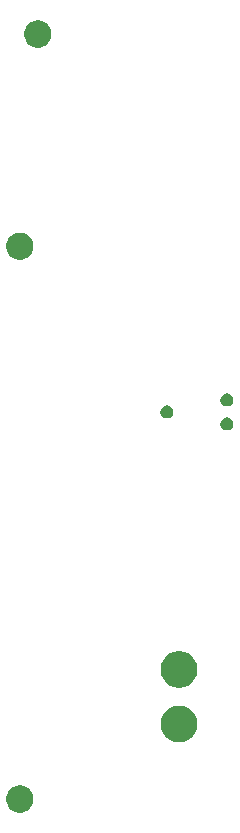
<source format=gbp>
G04 #@! TF.GenerationSoftware,KiCad,Pcbnew,5.0.1*
G04 #@! TF.CreationDate,2018-11-24T16:53:29-06:00*
G04 #@! TF.ProjectId,chrimbus,636872696D6275732E6B696361645F70,rev?*
G04 #@! TF.SameCoordinates,Original*
G04 #@! TF.FileFunction,Soldermask,Bot*
G04 #@! TF.FilePolarity,Negative*
%FSLAX46Y46*%
G04 Gerber Fmt 4.6, Leading zero omitted, Abs format (unit mm)*
G04 Created by KiCad (PCBNEW 5.0.1) date Sat 24 Nov 2018 04:53:29 PM CST*
%MOMM*%
%LPD*%
G01*
G04 APERTURE LIST*
%ADD10C,0.100000*%
G04 APERTURE END LIST*
D10*
G36*
X165943734Y-121067232D02*
X166153202Y-121153996D01*
X166341723Y-121279962D01*
X166502038Y-121440277D01*
X166628004Y-121628798D01*
X166714768Y-121838266D01*
X166759000Y-122060635D01*
X166759000Y-122287365D01*
X166714768Y-122509734D01*
X166628004Y-122719202D01*
X166502038Y-122907723D01*
X166341723Y-123068038D01*
X166153202Y-123194004D01*
X165943734Y-123280768D01*
X165721365Y-123325000D01*
X165494635Y-123325000D01*
X165272266Y-123280768D01*
X165062798Y-123194004D01*
X164874277Y-123068038D01*
X164713962Y-122907723D01*
X164587996Y-122719202D01*
X164501232Y-122509734D01*
X164457000Y-122287365D01*
X164457000Y-122060635D01*
X164501232Y-121838266D01*
X164587996Y-121628798D01*
X164713962Y-121440277D01*
X164874277Y-121279962D01*
X165062798Y-121153996D01*
X165272266Y-121067232D01*
X165494635Y-121023000D01*
X165721365Y-121023000D01*
X165943734Y-121067232D01*
X165943734Y-121067232D01*
G37*
G36*
X179422527Y-114312736D02*
X179522410Y-114332604D01*
X179804674Y-114449521D01*
X180058705Y-114619259D01*
X180274741Y-114835295D01*
X180444479Y-115089326D01*
X180561396Y-115371590D01*
X180621000Y-115671240D01*
X180621000Y-115976760D01*
X180561396Y-116276410D01*
X180444479Y-116558674D01*
X180274741Y-116812705D01*
X180058705Y-117028741D01*
X179804674Y-117198479D01*
X179522410Y-117315396D01*
X179422527Y-117335264D01*
X179222762Y-117375000D01*
X178917238Y-117375000D01*
X178717473Y-117335264D01*
X178617590Y-117315396D01*
X178335326Y-117198479D01*
X178081295Y-117028741D01*
X177865259Y-116812705D01*
X177695521Y-116558674D01*
X177578604Y-116276410D01*
X177519000Y-115976760D01*
X177519000Y-115671240D01*
X177578604Y-115371590D01*
X177695521Y-115089326D01*
X177865259Y-114835295D01*
X178081295Y-114619259D01*
X178335326Y-114449521D01*
X178617590Y-114332604D01*
X178717473Y-114312736D01*
X178917238Y-114273000D01*
X179222762Y-114273000D01*
X179422527Y-114312736D01*
X179422527Y-114312736D01*
G37*
G36*
X179422527Y-109712736D02*
X179522410Y-109732604D01*
X179804674Y-109849521D01*
X180058705Y-110019259D01*
X180274741Y-110235295D01*
X180444479Y-110489326D01*
X180561396Y-110771590D01*
X180621000Y-111071240D01*
X180621000Y-111376760D01*
X180561396Y-111676410D01*
X180444479Y-111958674D01*
X180274741Y-112212705D01*
X180058705Y-112428741D01*
X179804674Y-112598479D01*
X179522410Y-112715396D01*
X179422527Y-112735264D01*
X179222762Y-112775000D01*
X178917238Y-112775000D01*
X178717473Y-112735264D01*
X178617590Y-112715396D01*
X178335326Y-112598479D01*
X178081295Y-112428741D01*
X177865259Y-112212705D01*
X177695521Y-111958674D01*
X177578604Y-111676410D01*
X177519000Y-111376760D01*
X177519000Y-111071240D01*
X177578604Y-110771590D01*
X177695521Y-110489326D01*
X177865259Y-110235295D01*
X178081295Y-110019259D01*
X178335326Y-109849521D01*
X178617590Y-109732604D01*
X178717473Y-109712736D01*
X178917238Y-109673000D01*
X179222762Y-109673000D01*
X179422527Y-109712736D01*
X179422527Y-109712736D01*
G37*
G36*
X183294721Y-89894174D02*
X183394995Y-89935709D01*
X183485245Y-89996012D01*
X183561988Y-90072755D01*
X183622291Y-90163005D01*
X183663826Y-90263279D01*
X183685000Y-90369730D01*
X183685000Y-90478270D01*
X183663826Y-90584721D01*
X183622291Y-90684995D01*
X183561988Y-90775245D01*
X183485245Y-90851988D01*
X183394995Y-90912291D01*
X183294721Y-90953826D01*
X183188270Y-90975000D01*
X183079730Y-90975000D01*
X182973279Y-90953826D01*
X182873005Y-90912291D01*
X182782755Y-90851988D01*
X182706012Y-90775245D01*
X182645709Y-90684995D01*
X182604174Y-90584721D01*
X182583000Y-90478270D01*
X182583000Y-90369730D01*
X182604174Y-90263279D01*
X182645709Y-90163005D01*
X182706012Y-90072755D01*
X182782755Y-89996012D01*
X182873005Y-89935709D01*
X182973279Y-89894174D01*
X183079730Y-89873000D01*
X183188270Y-89873000D01*
X183294721Y-89894174D01*
X183294721Y-89894174D01*
G37*
G36*
X178214721Y-88878174D02*
X178314995Y-88919709D01*
X178405245Y-88980012D01*
X178481988Y-89056755D01*
X178542291Y-89147005D01*
X178583826Y-89247279D01*
X178605000Y-89353730D01*
X178605000Y-89462270D01*
X178583826Y-89568721D01*
X178542291Y-89668995D01*
X178481988Y-89759245D01*
X178405245Y-89835988D01*
X178314995Y-89896291D01*
X178214721Y-89937826D01*
X178108270Y-89959000D01*
X177999730Y-89959000D01*
X177893279Y-89937826D01*
X177793005Y-89896291D01*
X177702755Y-89835988D01*
X177626012Y-89759245D01*
X177565709Y-89668995D01*
X177524174Y-89568721D01*
X177503000Y-89462270D01*
X177503000Y-89353730D01*
X177524174Y-89247279D01*
X177565709Y-89147005D01*
X177626012Y-89056755D01*
X177702755Y-88980012D01*
X177793005Y-88919709D01*
X177893279Y-88878174D01*
X177999730Y-88857000D01*
X178108270Y-88857000D01*
X178214721Y-88878174D01*
X178214721Y-88878174D01*
G37*
G36*
X183294721Y-87862174D02*
X183394995Y-87903709D01*
X183485245Y-87964012D01*
X183561988Y-88040755D01*
X183622291Y-88131005D01*
X183663826Y-88231279D01*
X183685000Y-88337730D01*
X183685000Y-88446270D01*
X183663826Y-88552721D01*
X183622291Y-88652995D01*
X183561988Y-88743245D01*
X183485245Y-88819988D01*
X183394995Y-88880291D01*
X183294721Y-88921826D01*
X183188270Y-88943000D01*
X183079730Y-88943000D01*
X182973279Y-88921826D01*
X182873005Y-88880291D01*
X182782755Y-88819988D01*
X182706012Y-88743245D01*
X182645709Y-88652995D01*
X182604174Y-88552721D01*
X182583000Y-88446270D01*
X182583000Y-88337730D01*
X182604174Y-88231279D01*
X182645709Y-88131005D01*
X182706012Y-88040755D01*
X182782755Y-87964012D01*
X182873005Y-87903709D01*
X182973279Y-87862174D01*
X183079730Y-87841000D01*
X183188270Y-87841000D01*
X183294721Y-87862174D01*
X183294721Y-87862174D01*
G37*
G36*
X165943734Y-74257232D02*
X166153202Y-74343996D01*
X166341723Y-74469962D01*
X166502038Y-74630277D01*
X166628004Y-74818798D01*
X166714768Y-75028266D01*
X166759000Y-75250635D01*
X166759000Y-75477365D01*
X166714768Y-75699734D01*
X166628004Y-75909202D01*
X166502038Y-76097723D01*
X166341723Y-76258038D01*
X166153202Y-76384004D01*
X165943734Y-76470768D01*
X165721365Y-76515000D01*
X165494635Y-76515000D01*
X165272266Y-76470768D01*
X165062798Y-76384004D01*
X164874277Y-76258038D01*
X164713962Y-76097723D01*
X164587996Y-75909202D01*
X164501232Y-75699734D01*
X164457000Y-75477365D01*
X164457000Y-75250635D01*
X164501232Y-75028266D01*
X164587996Y-74818798D01*
X164713962Y-74630277D01*
X164874277Y-74469962D01*
X165062798Y-74343996D01*
X165272266Y-74257232D01*
X165494635Y-74213000D01*
X165721365Y-74213000D01*
X165943734Y-74257232D01*
X165943734Y-74257232D01*
G37*
G36*
X167467734Y-56297232D02*
X167677202Y-56383996D01*
X167865723Y-56509962D01*
X168026038Y-56670277D01*
X168152004Y-56858798D01*
X168238768Y-57068266D01*
X168283000Y-57290635D01*
X168283000Y-57517365D01*
X168238768Y-57739734D01*
X168152004Y-57949202D01*
X168026038Y-58137723D01*
X167865723Y-58298038D01*
X167677202Y-58424004D01*
X167467734Y-58510768D01*
X167245365Y-58555000D01*
X167018635Y-58555000D01*
X166796266Y-58510768D01*
X166586798Y-58424004D01*
X166398277Y-58298038D01*
X166237962Y-58137723D01*
X166111996Y-57949202D01*
X166025232Y-57739734D01*
X165981000Y-57517365D01*
X165981000Y-57290635D01*
X166025232Y-57068266D01*
X166111996Y-56858798D01*
X166237962Y-56670277D01*
X166398277Y-56509962D01*
X166586798Y-56383996D01*
X166796266Y-56297232D01*
X167018635Y-56253000D01*
X167245365Y-56253000D01*
X167467734Y-56297232D01*
X167467734Y-56297232D01*
G37*
M02*

</source>
